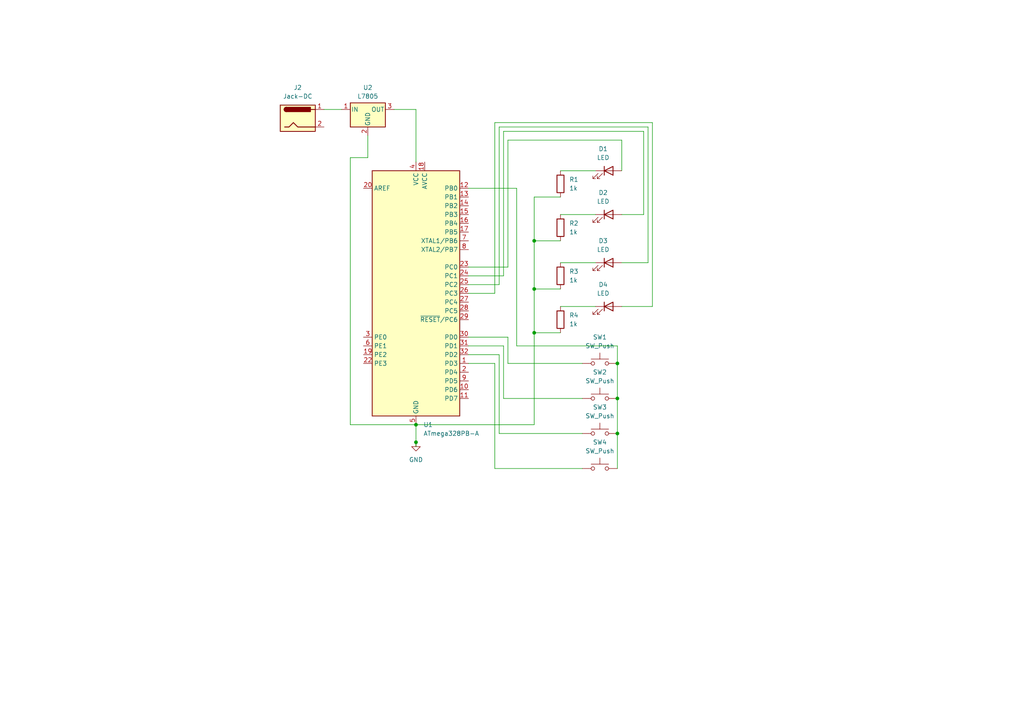
<source format=kicad_sch>
(kicad_sch
	(version 20250114)
	(generator "eeschema")
	(generator_version "9.0")
	(uuid "53850021-1f56-45fc-9112-1b0e7efd90d2")
	(paper "A4")
	(lib_symbols
		(symbol "Connector:Jack-DC"
			(pin_names
				(offset 1.016)
			)
			(exclude_from_sim no)
			(in_bom yes)
			(on_board yes)
			(property "Reference" "J"
				(at 0 5.334 0)
				(effects
					(font
						(size 1.27 1.27)
					)
				)
			)
			(property "Value" "Jack-DC"
				(at 0 -5.08 0)
				(effects
					(font
						(size 1.27 1.27)
					)
				)
			)
			(property "Footprint" ""
				(at 1.27 -1.016 0)
				(effects
					(font
						(size 1.27 1.27)
					)
					(hide yes)
				)
			)
			(property "Datasheet" "~"
				(at 1.27 -1.016 0)
				(effects
					(font
						(size 1.27 1.27)
					)
					(hide yes)
				)
			)
			(property "Description" "DC Barrel Jack"
				(at 0 0 0)
				(effects
					(font
						(size 1.27 1.27)
					)
					(hide yes)
				)
			)
			(property "ki_keywords" "DC power barrel jack connector"
				(at 0 0 0)
				(effects
					(font
						(size 1.27 1.27)
					)
					(hide yes)
				)
			)
			(property "ki_fp_filters" "BarrelJack*"
				(at 0 0 0)
				(effects
					(font
						(size 1.27 1.27)
					)
					(hide yes)
				)
			)
			(symbol "Jack-DC_0_1"
				(rectangle
					(start -5.08 3.81)
					(end 5.08 -3.81)
					(stroke
						(width 0.254)
						(type default)
					)
					(fill
						(type background)
					)
				)
				(polyline
					(pts
						(xy -3.81 -2.54) (xy -2.54 -2.54) (xy -1.27 -1.27) (xy 0 -2.54) (xy 2.54 -2.54) (xy 5.08 -2.54)
					)
					(stroke
						(width 0.254)
						(type default)
					)
					(fill
						(type none)
					)
				)
				(arc
					(start -3.302 1.905)
					(mid -3.9343 2.54)
					(end -3.302 3.175)
					(stroke
						(width 0.254)
						(type default)
					)
					(fill
						(type none)
					)
				)
				(arc
					(start -3.302 1.905)
					(mid -3.9343 2.54)
					(end -3.302 3.175)
					(stroke
						(width 0.254)
						(type default)
					)
					(fill
						(type outline)
					)
				)
				(rectangle
					(start 3.683 3.175)
					(end -3.302 1.905)
					(stroke
						(width 0.254)
						(type default)
					)
					(fill
						(type outline)
					)
				)
				(polyline
					(pts
						(xy 5.08 2.54) (xy 3.81 2.54)
					)
					(stroke
						(width 0.254)
						(type default)
					)
					(fill
						(type none)
					)
				)
			)
			(symbol "Jack-DC_1_1"
				(pin passive line
					(at 7.62 2.54 180)
					(length 2.54)
					(name "~"
						(effects
							(font
								(size 1.27 1.27)
							)
						)
					)
					(number "1"
						(effects
							(font
								(size 1.27 1.27)
							)
						)
					)
				)
				(pin passive line
					(at 7.62 -2.54 180)
					(length 2.54)
					(name "~"
						(effects
							(font
								(size 1.27 1.27)
							)
						)
					)
					(number "2"
						(effects
							(font
								(size 1.27 1.27)
							)
						)
					)
				)
			)
			(embedded_fonts no)
		)
		(symbol "Device:LED"
			(pin_numbers
				(hide yes)
			)
			(pin_names
				(offset 1.016)
				(hide yes)
			)
			(exclude_from_sim no)
			(in_bom yes)
			(on_board yes)
			(property "Reference" "D"
				(at 0 2.54 0)
				(effects
					(font
						(size 1.27 1.27)
					)
				)
			)
			(property "Value" "LED"
				(at 0 -2.54 0)
				(effects
					(font
						(size 1.27 1.27)
					)
				)
			)
			(property "Footprint" ""
				(at 0 0 0)
				(effects
					(font
						(size 1.27 1.27)
					)
					(hide yes)
				)
			)
			(property "Datasheet" "~"
				(at 0 0 0)
				(effects
					(font
						(size 1.27 1.27)
					)
					(hide yes)
				)
			)
			(property "Description" "Light emitting diode"
				(at 0 0 0)
				(effects
					(font
						(size 1.27 1.27)
					)
					(hide yes)
				)
			)
			(property "Sim.Pins" "1=K 2=A"
				(at 0 0 0)
				(effects
					(font
						(size 1.27 1.27)
					)
					(hide yes)
				)
			)
			(property "ki_keywords" "LED diode"
				(at 0 0 0)
				(effects
					(font
						(size 1.27 1.27)
					)
					(hide yes)
				)
			)
			(property "ki_fp_filters" "LED* LED_SMD:* LED_THT:*"
				(at 0 0 0)
				(effects
					(font
						(size 1.27 1.27)
					)
					(hide yes)
				)
			)
			(symbol "LED_0_1"
				(polyline
					(pts
						(xy -3.048 -0.762) (xy -4.572 -2.286) (xy -3.81 -2.286) (xy -4.572 -2.286) (xy -4.572 -1.524)
					)
					(stroke
						(width 0)
						(type default)
					)
					(fill
						(type none)
					)
				)
				(polyline
					(pts
						(xy -1.778 -0.762) (xy -3.302 -2.286) (xy -2.54 -2.286) (xy -3.302 -2.286) (xy -3.302 -1.524)
					)
					(stroke
						(width 0)
						(type default)
					)
					(fill
						(type none)
					)
				)
				(polyline
					(pts
						(xy -1.27 0) (xy 1.27 0)
					)
					(stroke
						(width 0)
						(type default)
					)
					(fill
						(type none)
					)
				)
				(polyline
					(pts
						(xy -1.27 -1.27) (xy -1.27 1.27)
					)
					(stroke
						(width 0.254)
						(type default)
					)
					(fill
						(type none)
					)
				)
				(polyline
					(pts
						(xy 1.27 -1.27) (xy 1.27 1.27) (xy -1.27 0) (xy 1.27 -1.27)
					)
					(stroke
						(width 0.254)
						(type default)
					)
					(fill
						(type none)
					)
				)
			)
			(symbol "LED_1_1"
				(pin passive line
					(at -3.81 0 0)
					(length 2.54)
					(name "K"
						(effects
							(font
								(size 1.27 1.27)
							)
						)
					)
					(number "1"
						(effects
							(font
								(size 1.27 1.27)
							)
						)
					)
				)
				(pin passive line
					(at 3.81 0 180)
					(length 2.54)
					(name "A"
						(effects
							(font
								(size 1.27 1.27)
							)
						)
					)
					(number "2"
						(effects
							(font
								(size 1.27 1.27)
							)
						)
					)
				)
			)
			(embedded_fonts no)
		)
		(symbol "Device:R"
			(pin_numbers
				(hide yes)
			)
			(pin_names
				(offset 0)
			)
			(exclude_from_sim no)
			(in_bom yes)
			(on_board yes)
			(property "Reference" "R"
				(at 2.032 0 90)
				(effects
					(font
						(size 1.27 1.27)
					)
				)
			)
			(property "Value" "R"
				(at 0 0 90)
				(effects
					(font
						(size 1.27 1.27)
					)
				)
			)
			(property "Footprint" ""
				(at -1.778 0 90)
				(effects
					(font
						(size 1.27 1.27)
					)
					(hide yes)
				)
			)
			(property "Datasheet" "~"
				(at 0 0 0)
				(effects
					(font
						(size 1.27 1.27)
					)
					(hide yes)
				)
			)
			(property "Description" "Resistor"
				(at 0 0 0)
				(effects
					(font
						(size 1.27 1.27)
					)
					(hide yes)
				)
			)
			(property "ki_keywords" "R res resistor"
				(at 0 0 0)
				(effects
					(font
						(size 1.27 1.27)
					)
					(hide yes)
				)
			)
			(property "ki_fp_filters" "R_*"
				(at 0 0 0)
				(effects
					(font
						(size 1.27 1.27)
					)
					(hide yes)
				)
			)
			(symbol "R_0_1"
				(rectangle
					(start -1.016 -2.54)
					(end 1.016 2.54)
					(stroke
						(width 0.254)
						(type default)
					)
					(fill
						(type none)
					)
				)
			)
			(symbol "R_1_1"
				(pin passive line
					(at 0 3.81 270)
					(length 1.27)
					(name "~"
						(effects
							(font
								(size 1.27 1.27)
							)
						)
					)
					(number "1"
						(effects
							(font
								(size 1.27 1.27)
							)
						)
					)
				)
				(pin passive line
					(at 0 -3.81 90)
					(length 1.27)
					(name "~"
						(effects
							(font
								(size 1.27 1.27)
							)
						)
					)
					(number "2"
						(effects
							(font
								(size 1.27 1.27)
							)
						)
					)
				)
			)
			(embedded_fonts no)
		)
		(symbol "MCU_Microchip_ATmega:ATmega328PB-A"
			(exclude_from_sim no)
			(in_bom yes)
			(on_board yes)
			(property "Reference" "U"
				(at -12.7 36.83 0)
				(effects
					(font
						(size 1.27 1.27)
					)
					(justify left bottom)
				)
			)
			(property "Value" "ATmega328PB-A"
				(at 2.54 -36.83 0)
				(effects
					(font
						(size 1.27 1.27)
					)
					(justify left top)
				)
			)
			(property "Footprint" "Package_QFP:TQFP-32_7x7mm_P0.8mm"
				(at 0 0 0)
				(effects
					(font
						(size 1.27 1.27)
						(italic yes)
					)
					(hide yes)
				)
			)
			(property "Datasheet" "http://ww1.microchip.com/downloads/en/DeviceDoc/40001906C.pdf"
				(at 0 0 0)
				(effects
					(font
						(size 1.27 1.27)
					)
					(hide yes)
				)
			)
			(property "Description" "20MHz, 32kB Flash, 2kB SRAM, 1kB EEPROM, TQFP-32"
				(at 0 0 0)
				(effects
					(font
						(size 1.27 1.27)
					)
					(hide yes)
				)
			)
			(property "ki_keywords" "AVR 8bit Microcontroller MegaAVR"
				(at 0 0 0)
				(effects
					(font
						(size 1.27 1.27)
					)
					(hide yes)
				)
			)
			(property "ki_fp_filters" "TQFP*7x7mm*P0.8mm*"
				(at 0 0 0)
				(effects
					(font
						(size 1.27 1.27)
					)
					(hide yes)
				)
			)
			(symbol "ATmega328PB-A_0_1"
				(rectangle
					(start -12.7 -35.56)
					(end 12.7 35.56)
					(stroke
						(width 0.254)
						(type default)
					)
					(fill
						(type background)
					)
				)
			)
			(symbol "ATmega328PB-A_1_1"
				(pin passive line
					(at -15.24 30.48 0)
					(length 2.54)
					(name "AREF"
						(effects
							(font
								(size 1.27 1.27)
							)
						)
					)
					(number "20"
						(effects
							(font
								(size 1.27 1.27)
							)
						)
					)
				)
				(pin bidirectional line
					(at -15.24 -12.7 0)
					(length 2.54)
					(name "PE0"
						(effects
							(font
								(size 1.27 1.27)
							)
						)
					)
					(number "3"
						(effects
							(font
								(size 1.27 1.27)
							)
						)
					)
				)
				(pin bidirectional line
					(at -15.24 -15.24 0)
					(length 2.54)
					(name "PE1"
						(effects
							(font
								(size 1.27 1.27)
							)
						)
					)
					(number "6"
						(effects
							(font
								(size 1.27 1.27)
							)
						)
					)
				)
				(pin bidirectional line
					(at -15.24 -17.78 0)
					(length 2.54)
					(name "PE2"
						(effects
							(font
								(size 1.27 1.27)
							)
						)
					)
					(number "19"
						(effects
							(font
								(size 1.27 1.27)
							)
						)
					)
				)
				(pin bidirectional line
					(at -15.24 -20.32 0)
					(length 2.54)
					(name "PE3"
						(effects
							(font
								(size 1.27 1.27)
							)
						)
					)
					(number "22"
						(effects
							(font
								(size 1.27 1.27)
							)
						)
					)
				)
				(pin power_in line
					(at 0 38.1 270)
					(length 2.54)
					(name "VCC"
						(effects
							(font
								(size 1.27 1.27)
							)
						)
					)
					(number "4"
						(effects
							(font
								(size 1.27 1.27)
							)
						)
					)
				)
				(pin passive line
					(at 0 -38.1 90)
					(length 2.54)
					(hide yes)
					(name "GND"
						(effects
							(font
								(size 1.27 1.27)
							)
						)
					)
					(number "21"
						(effects
							(font
								(size 1.27 1.27)
							)
						)
					)
				)
				(pin power_in line
					(at 0 -38.1 90)
					(length 2.54)
					(name "GND"
						(effects
							(font
								(size 1.27 1.27)
							)
						)
					)
					(number "5"
						(effects
							(font
								(size 1.27 1.27)
							)
						)
					)
				)
				(pin power_in line
					(at 2.54 38.1 270)
					(length 2.54)
					(name "AVCC"
						(effects
							(font
								(size 1.27 1.27)
							)
						)
					)
					(number "18"
						(effects
							(font
								(size 1.27 1.27)
							)
						)
					)
				)
				(pin bidirectional line
					(at 15.24 30.48 180)
					(length 2.54)
					(name "PB0"
						(effects
							(font
								(size 1.27 1.27)
							)
						)
					)
					(number "12"
						(effects
							(font
								(size 1.27 1.27)
							)
						)
					)
				)
				(pin bidirectional line
					(at 15.24 27.94 180)
					(length 2.54)
					(name "PB1"
						(effects
							(font
								(size 1.27 1.27)
							)
						)
					)
					(number "13"
						(effects
							(font
								(size 1.27 1.27)
							)
						)
					)
				)
				(pin bidirectional line
					(at 15.24 25.4 180)
					(length 2.54)
					(name "PB2"
						(effects
							(font
								(size 1.27 1.27)
							)
						)
					)
					(number "14"
						(effects
							(font
								(size 1.27 1.27)
							)
						)
					)
				)
				(pin bidirectional line
					(at 15.24 22.86 180)
					(length 2.54)
					(name "PB3"
						(effects
							(font
								(size 1.27 1.27)
							)
						)
					)
					(number "15"
						(effects
							(font
								(size 1.27 1.27)
							)
						)
					)
				)
				(pin bidirectional line
					(at 15.24 20.32 180)
					(length 2.54)
					(name "PB4"
						(effects
							(font
								(size 1.27 1.27)
							)
						)
					)
					(number "16"
						(effects
							(font
								(size 1.27 1.27)
							)
						)
					)
				)
				(pin bidirectional line
					(at 15.24 17.78 180)
					(length 2.54)
					(name "PB5"
						(effects
							(font
								(size 1.27 1.27)
							)
						)
					)
					(number "17"
						(effects
							(font
								(size 1.27 1.27)
							)
						)
					)
				)
				(pin bidirectional line
					(at 15.24 15.24 180)
					(length 2.54)
					(name "XTAL1/PB6"
						(effects
							(font
								(size 1.27 1.27)
							)
						)
					)
					(number "7"
						(effects
							(font
								(size 1.27 1.27)
							)
						)
					)
				)
				(pin bidirectional line
					(at 15.24 12.7 180)
					(length 2.54)
					(name "XTAL2/PB7"
						(effects
							(font
								(size 1.27 1.27)
							)
						)
					)
					(number "8"
						(effects
							(font
								(size 1.27 1.27)
							)
						)
					)
				)
				(pin bidirectional line
					(at 15.24 7.62 180)
					(length 2.54)
					(name "PC0"
						(effects
							(font
								(size 1.27 1.27)
							)
						)
					)
					(number "23"
						(effects
							(font
								(size 1.27 1.27)
							)
						)
					)
				)
				(pin bidirectional line
					(at 15.24 5.08 180)
					(length 2.54)
					(name "PC1"
						(effects
							(font
								(size 1.27 1.27)
							)
						)
					)
					(number "24"
						(effects
							(font
								(size 1.27 1.27)
							)
						)
					)
				)
				(pin bidirectional line
					(at 15.24 2.54 180)
					(length 2.54)
					(name "PC2"
						(effects
							(font
								(size 1.27 1.27)
							)
						)
					)
					(number "25"
						(effects
							(font
								(size 1.27 1.27)
							)
						)
					)
				)
				(pin bidirectional line
					(at 15.24 0 180)
					(length 2.54)
					(name "PC3"
						(effects
							(font
								(size 1.27 1.27)
							)
						)
					)
					(number "26"
						(effects
							(font
								(size 1.27 1.27)
							)
						)
					)
				)
				(pin bidirectional line
					(at 15.24 -2.54 180)
					(length 2.54)
					(name "PC4"
						(effects
							(font
								(size 1.27 1.27)
							)
						)
					)
					(number "27"
						(effects
							(font
								(size 1.27 1.27)
							)
						)
					)
				)
				(pin bidirectional line
					(at 15.24 -5.08 180)
					(length 2.54)
					(name "PC5"
						(effects
							(font
								(size 1.27 1.27)
							)
						)
					)
					(number "28"
						(effects
							(font
								(size 1.27 1.27)
							)
						)
					)
				)
				(pin bidirectional line
					(at 15.24 -7.62 180)
					(length 2.54)
					(name "~{RESET}/PC6"
						(effects
							(font
								(size 1.27 1.27)
							)
						)
					)
					(number "29"
						(effects
							(font
								(size 1.27 1.27)
							)
						)
					)
				)
				(pin bidirectional line
					(at 15.24 -12.7 180)
					(length 2.54)
					(name "PD0"
						(effects
							(font
								(size 1.27 1.27)
							)
						)
					)
					(number "30"
						(effects
							(font
								(size 1.27 1.27)
							)
						)
					)
				)
				(pin bidirectional line
					(at 15.24 -15.24 180)
					(length 2.54)
					(name "PD1"
						(effects
							(font
								(size 1.27 1.27)
							)
						)
					)
					(number "31"
						(effects
							(font
								(size 1.27 1.27)
							)
						)
					)
				)
				(pin bidirectional line
					(at 15.24 -17.78 180)
					(length 2.54)
					(name "PD2"
						(effects
							(font
								(size 1.27 1.27)
							)
						)
					)
					(number "32"
						(effects
							(font
								(size 1.27 1.27)
							)
						)
					)
				)
				(pin bidirectional line
					(at 15.24 -20.32 180)
					(length 2.54)
					(name "PD3"
						(effects
							(font
								(size 1.27 1.27)
							)
						)
					)
					(number "1"
						(effects
							(font
								(size 1.27 1.27)
							)
						)
					)
				)
				(pin bidirectional line
					(at 15.24 -22.86 180)
					(length 2.54)
					(name "PD4"
						(effects
							(font
								(size 1.27 1.27)
							)
						)
					)
					(number "2"
						(effects
							(font
								(size 1.27 1.27)
							)
						)
					)
				)
				(pin bidirectional line
					(at 15.24 -25.4 180)
					(length 2.54)
					(name "PD5"
						(effects
							(font
								(size 1.27 1.27)
							)
						)
					)
					(number "9"
						(effects
							(font
								(size 1.27 1.27)
							)
						)
					)
				)
				(pin bidirectional line
					(at 15.24 -27.94 180)
					(length 2.54)
					(name "PD6"
						(effects
							(font
								(size 1.27 1.27)
							)
						)
					)
					(number "10"
						(effects
							(font
								(size 1.27 1.27)
							)
						)
					)
				)
				(pin bidirectional line
					(at 15.24 -30.48 180)
					(length 2.54)
					(name "PD7"
						(effects
							(font
								(size 1.27 1.27)
							)
						)
					)
					(number "11"
						(effects
							(font
								(size 1.27 1.27)
							)
						)
					)
				)
			)
			(embedded_fonts no)
		)
		(symbol "Regulator_Linear:L7805"
			(pin_names
				(offset 0.254)
			)
			(exclude_from_sim no)
			(in_bom yes)
			(on_board yes)
			(property "Reference" "U"
				(at -3.81 3.175 0)
				(effects
					(font
						(size 1.27 1.27)
					)
				)
			)
			(property "Value" "L7805"
				(at 0 3.175 0)
				(effects
					(font
						(size 1.27 1.27)
					)
					(justify left)
				)
			)
			(property "Footprint" ""
				(at 0.635 -3.81 0)
				(effects
					(font
						(size 1.27 1.27)
						(italic yes)
					)
					(justify left)
					(hide yes)
				)
			)
			(property "Datasheet" "http://www.st.com/content/ccc/resource/technical/document/datasheet/41/4f/b3/b0/12/d4/47/88/CD00000444.pdf/files/CD00000444.pdf/jcr:content/translations/en.CD00000444.pdf"
				(at 0 -1.27 0)
				(effects
					(font
						(size 1.27 1.27)
					)
					(hide yes)
				)
			)
			(property "Description" "Positive 1.5A 35V Linear Regulator, Fixed Output 5V, TO-220/TO-263/TO-252"
				(at 0 0 0)
				(effects
					(font
						(size 1.27 1.27)
					)
					(hide yes)
				)
			)
			(property "ki_keywords" "Voltage Regulator 1.5A Positive"
				(at 0 0 0)
				(effects
					(font
						(size 1.27 1.27)
					)
					(hide yes)
				)
			)
			(property "ki_fp_filters" "TO?252* TO?263* TO?220*"
				(at 0 0 0)
				(effects
					(font
						(size 1.27 1.27)
					)
					(hide yes)
				)
			)
			(symbol "L7805_0_1"
				(rectangle
					(start -5.08 1.905)
					(end 5.08 -5.08)
					(stroke
						(width 0.254)
						(type default)
					)
					(fill
						(type background)
					)
				)
			)
			(symbol "L7805_1_1"
				(pin power_in line
					(at -7.62 0 0)
					(length 2.54)
					(name "IN"
						(effects
							(font
								(size 1.27 1.27)
							)
						)
					)
					(number "1"
						(effects
							(font
								(size 1.27 1.27)
							)
						)
					)
				)
				(pin power_in line
					(at 0 -7.62 90)
					(length 2.54)
					(name "GND"
						(effects
							(font
								(size 1.27 1.27)
							)
						)
					)
					(number "2"
						(effects
							(font
								(size 1.27 1.27)
							)
						)
					)
				)
				(pin power_out line
					(at 7.62 0 180)
					(length 2.54)
					(name "OUT"
						(effects
							(font
								(size 1.27 1.27)
							)
						)
					)
					(number "3"
						(effects
							(font
								(size 1.27 1.27)
							)
						)
					)
				)
			)
			(embedded_fonts no)
		)
		(symbol "Switch:SW_Push"
			(pin_numbers
				(hide yes)
			)
			(pin_names
				(offset 1.016)
				(hide yes)
			)
			(exclude_from_sim no)
			(in_bom yes)
			(on_board yes)
			(property "Reference" "SW"
				(at 1.27 2.54 0)
				(effects
					(font
						(size 1.27 1.27)
					)
					(justify left)
				)
			)
			(property "Value" "SW_Push"
				(at 0 -1.524 0)
				(effects
					(font
						(size 1.27 1.27)
					)
				)
			)
			(property "Footprint" ""
				(at 0 5.08 0)
				(effects
					(font
						(size 1.27 1.27)
					)
					(hide yes)
				)
			)
			(property "Datasheet" "~"
				(at 0 5.08 0)
				(effects
					(font
						(size 1.27 1.27)
					)
					(hide yes)
				)
			)
			(property "Description" "Push button switch, generic, two pins"
				(at 0 0 0)
				(effects
					(font
						(size 1.27 1.27)
					)
					(hide yes)
				)
			)
			(property "ki_keywords" "switch normally-open pushbutton push-button"
				(at 0 0 0)
				(effects
					(font
						(size 1.27 1.27)
					)
					(hide yes)
				)
			)
			(symbol "SW_Push_0_1"
				(circle
					(center -2.032 0)
					(radius 0.508)
					(stroke
						(width 0)
						(type default)
					)
					(fill
						(type none)
					)
				)
				(polyline
					(pts
						(xy 0 1.27) (xy 0 3.048)
					)
					(stroke
						(width 0)
						(type default)
					)
					(fill
						(type none)
					)
				)
				(circle
					(center 2.032 0)
					(radius 0.508)
					(stroke
						(width 0)
						(type default)
					)
					(fill
						(type none)
					)
				)
				(polyline
					(pts
						(xy 2.54 1.27) (xy -2.54 1.27)
					)
					(stroke
						(width 0)
						(type default)
					)
					(fill
						(type none)
					)
				)
				(pin passive line
					(at -5.08 0 0)
					(length 2.54)
					(name "1"
						(effects
							(font
								(size 1.27 1.27)
							)
						)
					)
					(number "1"
						(effects
							(font
								(size 1.27 1.27)
							)
						)
					)
				)
				(pin passive line
					(at 5.08 0 180)
					(length 2.54)
					(name "2"
						(effects
							(font
								(size 1.27 1.27)
							)
						)
					)
					(number "2"
						(effects
							(font
								(size 1.27 1.27)
							)
						)
					)
				)
			)
			(embedded_fonts no)
		)
		(symbol "power:GND"
			(power)
			(pin_numbers
				(hide yes)
			)
			(pin_names
				(offset 0)
				(hide yes)
			)
			(exclude_from_sim no)
			(in_bom yes)
			(on_board yes)
			(property "Reference" "#PWR"
				(at 0 -6.35 0)
				(effects
					(font
						(size 1.27 1.27)
					)
					(hide yes)
				)
			)
			(property "Value" "GND"
				(at 0 -3.81 0)
				(effects
					(font
						(size 1.27 1.27)
					)
				)
			)
			(property "Footprint" ""
				(at 0 0 0)
				(effects
					(font
						(size 1.27 1.27)
					)
					(hide yes)
				)
			)
			(property "Datasheet" ""
				(at 0 0 0)
				(effects
					(font
						(size 1.27 1.27)
					)
					(hide yes)
				)
			)
			(property "Description" "Power symbol creates a global label with name \"GND\" , ground"
				(at 0 0 0)
				(effects
					(font
						(size 1.27 1.27)
					)
					(hide yes)
				)
			)
			(property "ki_keywords" "global power"
				(at 0 0 0)
				(effects
					(font
						(size 1.27 1.27)
					)
					(hide yes)
				)
			)
			(symbol "GND_0_1"
				(polyline
					(pts
						(xy 0 0) (xy 0 -1.27) (xy 1.27 -1.27) (xy 0 -2.54) (xy -1.27 -1.27) (xy 0 -1.27)
					)
					(stroke
						(width 0)
						(type default)
					)
					(fill
						(type none)
					)
				)
			)
			(symbol "GND_1_1"
				(pin power_in line
					(at 0 0 270)
					(length 0)
					(name "~"
						(effects
							(font
								(size 1.27 1.27)
							)
						)
					)
					(number "1"
						(effects
							(font
								(size 1.27 1.27)
							)
						)
					)
				)
			)
			(embedded_fonts no)
		)
	)
	(junction
		(at 154.94 96.52)
		(diameter 0)
		(color 0 0 0 0)
		(uuid "3ec9b7e1-23bd-4576-8885-08a5454c5d3a")
	)
	(junction
		(at 179.07 105.41)
		(diameter 0)
		(color 0 0 0 0)
		(uuid "53720bd8-167a-4da1-aee9-24ebe202f573")
	)
	(junction
		(at 154.94 83.82)
		(diameter 0)
		(color 0 0 0 0)
		(uuid "5bdacdaa-8f4c-4104-ace1-9cdf62a44aba")
	)
	(junction
		(at 154.94 69.85)
		(diameter 0)
		(color 0 0 0 0)
		(uuid "67e8e9e0-8451-4cad-b7ed-1c9a35634572")
	)
	(junction
		(at 179.07 115.57)
		(diameter 0)
		(color 0 0 0 0)
		(uuid "6cb47cbf-fbd8-4e0c-8a35-9e13df2128de")
	)
	(junction
		(at 120.65 123.19)
		(diameter 0)
		(color 0 0 0 0)
		(uuid "6d231b07-967f-4808-8e04-9bcdb9a4b801")
	)
	(junction
		(at 179.07 125.73)
		(diameter 0)
		(color 0 0 0 0)
		(uuid "7edc9c1e-b203-4cff-b164-e73df51bc516")
	)
	(junction
		(at 120.65 128.27)
		(diameter 0)
		(color 0 0 0 0)
		(uuid "a51c7a71-02f6-4558-83aa-7d5b120d1203")
	)
	(wire
		(pts
			(xy 120.65 128.27) (xy 120.65 129.54)
		)
		(stroke
			(width 0)
			(type default)
		)
		(uuid "031ca703-2e48-49c9-8b6a-21549950ddc3")
	)
	(wire
		(pts
			(xy 147.32 105.41) (xy 147.32 97.79)
		)
		(stroke
			(width 0)
			(type default)
		)
		(uuid "0be43e30-4f0d-48bd-b79c-c304813dbafe")
	)
	(wire
		(pts
			(xy 149.86 54.61) (xy 135.89 54.61)
		)
		(stroke
			(width 0)
			(type default)
		)
		(uuid "0c08612a-ca5b-466e-88dd-7bcc58036746")
	)
	(wire
		(pts
			(xy 146.05 115.57) (xy 146.05 100.33)
		)
		(stroke
			(width 0)
			(type default)
		)
		(uuid "0d12560b-fedf-45b4-ad93-01312f3536cc")
	)
	(wire
		(pts
			(xy 114.3 31.75) (xy 120.65 31.75)
		)
		(stroke
			(width 0)
			(type default)
		)
		(uuid "10062a2a-d496-4c9f-930d-eeb8f01d11a8")
	)
	(wire
		(pts
			(xy 180.34 40.64) (xy 147.32 40.64)
		)
		(stroke
			(width 0)
			(type default)
		)
		(uuid "14638a18-e167-4a26-8658-a0e649cdb62f")
	)
	(wire
		(pts
			(xy 179.07 105.41) (xy 179.07 115.57)
		)
		(stroke
			(width 0)
			(type default)
		)
		(uuid "1e66ce95-1c07-4490-9fb7-a8931e3b247f")
	)
	(wire
		(pts
			(xy 143.51 135.89) (xy 143.51 105.41)
		)
		(stroke
			(width 0)
			(type default)
		)
		(uuid "2b0aecea-687e-4de6-96d1-b0b822d785c6")
	)
	(wire
		(pts
			(xy 154.94 69.85) (xy 154.94 57.15)
		)
		(stroke
			(width 0)
			(type default)
		)
		(uuid "2b82ae87-239f-4e3f-922d-10e41bed1cb8")
	)
	(wire
		(pts
			(xy 186.69 38.1) (xy 146.05 38.1)
		)
		(stroke
			(width 0)
			(type default)
		)
		(uuid "3032f6a6-cc9e-408d-93fd-d457a776f36f")
	)
	(wire
		(pts
			(xy 101.6 45.72) (xy 106.68 45.72)
		)
		(stroke
			(width 0)
			(type default)
		)
		(uuid "31b3148b-a583-4751-978a-6e3fbe277961")
	)
	(wire
		(pts
			(xy 146.05 38.1) (xy 146.05 80.01)
		)
		(stroke
			(width 0)
			(type default)
		)
		(uuid "3581b688-238f-4ee7-a227-295d92476c98")
	)
	(wire
		(pts
			(xy 187.96 76.2) (xy 187.96 36.83)
		)
		(stroke
			(width 0)
			(type default)
		)
		(uuid "39038c9b-be81-44f9-90f1-524aa6802ebc")
	)
	(wire
		(pts
			(xy 189.23 88.9) (xy 189.23 35.56)
		)
		(stroke
			(width 0)
			(type default)
		)
		(uuid "3d752674-5435-4978-858c-133a5be580a8")
	)
	(wire
		(pts
			(xy 144.78 36.83) (xy 144.78 82.55)
		)
		(stroke
			(width 0)
			(type default)
		)
		(uuid "3fa3be98-bd20-4bf5-8914-0709c3adca2f")
	)
	(wire
		(pts
			(xy 135.89 80.01) (xy 146.05 80.01)
		)
		(stroke
			(width 0)
			(type default)
		)
		(uuid "41ea439c-67e6-4491-be93-e5d87b015883")
	)
	(wire
		(pts
			(xy 149.86 100.33) (xy 149.86 54.61)
		)
		(stroke
			(width 0)
			(type default)
		)
		(uuid "42fa0003-999f-48db-970f-19335ab8dcb6")
	)
	(wire
		(pts
			(xy 162.56 96.52) (xy 154.94 96.52)
		)
		(stroke
			(width 0)
			(type default)
		)
		(uuid "44dd8c47-f742-4dfb-b5a7-c9bc5194d00e")
	)
	(wire
		(pts
			(xy 180.34 62.23) (xy 186.69 62.23)
		)
		(stroke
			(width 0)
			(type default)
		)
		(uuid "59b3fd5b-8020-4fab-ae4f-abf803cff393")
	)
	(wire
		(pts
			(xy 179.07 125.73) (xy 179.07 135.89)
		)
		(stroke
			(width 0)
			(type default)
		)
		(uuid "61f92380-4be1-4ea0-9515-6c3209603e62")
	)
	(wire
		(pts
			(xy 93.98 31.75) (xy 99.06 31.75)
		)
		(stroke
			(width 0)
			(type default)
		)
		(uuid "747aa4d3-f638-43b6-8ae7-c50092c44afc")
	)
	(wire
		(pts
			(xy 186.69 62.23) (xy 186.69 38.1)
		)
		(stroke
			(width 0)
			(type default)
		)
		(uuid "751caa22-ee13-420c-945e-74a3ee025c81")
	)
	(wire
		(pts
			(xy 168.91 135.89) (xy 143.51 135.89)
		)
		(stroke
			(width 0)
			(type default)
		)
		(uuid "776d5102-d282-48f1-a26f-4d838c6fcfb3")
	)
	(wire
		(pts
			(xy 162.56 49.53) (xy 172.72 49.53)
		)
		(stroke
			(width 0)
			(type default)
		)
		(uuid "7a9219df-5b67-4a08-b8a0-4145bb174585")
	)
	(wire
		(pts
			(xy 162.56 62.23) (xy 172.72 62.23)
		)
		(stroke
			(width 0)
			(type default)
		)
		(uuid "7bfd9373-f436-43f8-8ae2-f85deb511a0a")
	)
	(wire
		(pts
			(xy 180.34 76.2) (xy 187.96 76.2)
		)
		(stroke
			(width 0)
			(type default)
		)
		(uuid "8087cb9d-31c6-429c-8b3e-ff93f9bab5c4")
	)
	(wire
		(pts
			(xy 147.32 77.47) (xy 135.89 77.47)
		)
		(stroke
			(width 0)
			(type default)
		)
		(uuid "82af23a9-c8b1-49e1-bcea-bf2b4bc1bb6d")
	)
	(wire
		(pts
			(xy 168.91 125.73) (xy 144.78 125.73)
		)
		(stroke
			(width 0)
			(type default)
		)
		(uuid "8a8b4c3e-4a13-4e76-9c13-6deaa452b56e")
	)
	(wire
		(pts
			(xy 179.07 105.41) (xy 179.07 100.33)
		)
		(stroke
			(width 0)
			(type default)
		)
		(uuid "8c9d2db9-f9eb-4618-9d1c-f63b73bc3d55")
	)
	(wire
		(pts
			(xy 154.94 96.52) (xy 154.94 123.19)
		)
		(stroke
			(width 0)
			(type default)
		)
		(uuid "8dcd199c-0b66-4161-9fe3-414f6474bfc2")
	)
	(wire
		(pts
			(xy 162.56 88.9) (xy 172.72 88.9)
		)
		(stroke
			(width 0)
			(type default)
		)
		(uuid "8ed644c2-7f6a-4af6-a864-aab425931a8c")
	)
	(wire
		(pts
			(xy 147.32 40.64) (xy 147.32 77.47)
		)
		(stroke
			(width 0)
			(type default)
		)
		(uuid "91961d81-ace5-4bc0-bb0a-5c2d9ffc20b2")
	)
	(wire
		(pts
			(xy 120.65 123.19) (xy 120.65 128.27)
		)
		(stroke
			(width 0)
			(type default)
		)
		(uuid "92c401d3-4a23-4baf-85fb-954dd04d8c0b")
	)
	(wire
		(pts
			(xy 106.68 39.37) (xy 106.68 45.72)
		)
		(stroke
			(width 0)
			(type default)
		)
		(uuid "a0e0369a-c80d-4e72-8b8f-57c4f3a82e87")
	)
	(wire
		(pts
			(xy 154.94 83.82) (xy 162.56 83.82)
		)
		(stroke
			(width 0)
			(type default)
		)
		(uuid "a453ba81-a625-4a8b-9a86-e86a9d7df64a")
	)
	(wire
		(pts
			(xy 168.91 115.57) (xy 146.05 115.57)
		)
		(stroke
			(width 0)
			(type default)
		)
		(uuid "a8ea95c4-889f-4aa5-8b06-c9c6246aaf53")
	)
	(wire
		(pts
			(xy 120.65 123.19) (xy 154.94 123.19)
		)
		(stroke
			(width 0)
			(type default)
		)
		(uuid "a921ae6a-a287-47c0-8b21-9350703a971f")
	)
	(wire
		(pts
			(xy 120.65 123.19) (xy 101.6 123.19)
		)
		(stroke
			(width 0)
			(type default)
		)
		(uuid "aba8a1ed-7903-4390-a7c9-73daa60941cc")
	)
	(wire
		(pts
			(xy 154.94 57.15) (xy 162.56 57.15)
		)
		(stroke
			(width 0)
			(type default)
		)
		(uuid "ac97c0d4-66de-49e0-8efd-c34480bfc21c")
	)
	(wire
		(pts
			(xy 101.6 123.19) (xy 101.6 45.72)
		)
		(stroke
			(width 0)
			(type default)
		)
		(uuid "aca71537-15c7-4fbd-b253-e3b0bf93fe82")
	)
	(wire
		(pts
			(xy 143.51 35.56) (xy 143.51 85.09)
		)
		(stroke
			(width 0)
			(type default)
		)
		(uuid "add5d9fe-f9be-4d03-8942-5164366d3e7a")
	)
	(wire
		(pts
			(xy 143.51 85.09) (xy 135.89 85.09)
		)
		(stroke
			(width 0)
			(type default)
		)
		(uuid "aeb3bc7a-e25e-4371-a2a8-cd949dd6eae4")
	)
	(wire
		(pts
			(xy 154.94 69.85) (xy 162.56 69.85)
		)
		(stroke
			(width 0)
			(type default)
		)
		(uuid "c2928bac-52a0-4f7a-8140-f30d599557bf")
	)
	(wire
		(pts
			(xy 187.96 36.83) (xy 144.78 36.83)
		)
		(stroke
			(width 0)
			(type default)
		)
		(uuid "c78129a1-6e2a-4736-97b9-92aa7ca15d75")
	)
	(wire
		(pts
			(xy 179.07 100.33) (xy 149.86 100.33)
		)
		(stroke
			(width 0)
			(type default)
		)
		(uuid "cc9e851f-e9f9-436f-8fa2-6759aabed9f5")
	)
	(wire
		(pts
			(xy 162.56 76.2) (xy 172.72 76.2)
		)
		(stroke
			(width 0)
			(type default)
		)
		(uuid "cd822e9f-1be9-4d50-b014-3217f70b77ec")
	)
	(wire
		(pts
			(xy 189.23 35.56) (xy 143.51 35.56)
		)
		(stroke
			(width 0)
			(type default)
		)
		(uuid "d01b5c6b-e3da-411f-b42c-c94895760594")
	)
	(wire
		(pts
			(xy 154.94 83.82) (xy 154.94 96.52)
		)
		(stroke
			(width 0)
			(type default)
		)
		(uuid "d88590a9-0336-4c2e-9a69-0fbd5fea8ac0")
	)
	(wire
		(pts
			(xy 168.91 105.41) (xy 147.32 105.41)
		)
		(stroke
			(width 0)
			(type default)
		)
		(uuid "db65a310-14f2-4237-98b5-604d84267b5c")
	)
	(wire
		(pts
			(xy 179.07 115.57) (xy 179.07 125.73)
		)
		(stroke
			(width 0)
			(type default)
		)
		(uuid "dd652e1b-9b4d-44a1-81cc-f4403a10dd75")
	)
	(wire
		(pts
			(xy 135.89 97.79) (xy 147.32 97.79)
		)
		(stroke
			(width 0)
			(type default)
		)
		(uuid "e1d5b992-212f-4137-9e82-17174b69ff80")
	)
	(wire
		(pts
			(xy 180.34 88.9) (xy 189.23 88.9)
		)
		(stroke
			(width 0)
			(type default)
		)
		(uuid "e52638c0-0675-4849-b978-13fecd6b57bd")
	)
	(wire
		(pts
			(xy 135.89 82.55) (xy 144.78 82.55)
		)
		(stroke
			(width 0)
			(type default)
		)
		(uuid "e5db3dba-bf68-4cc7-acc9-9aa7010d07fa")
	)
	(wire
		(pts
			(xy 135.89 105.41) (xy 143.51 105.41)
		)
		(stroke
			(width 0)
			(type default)
		)
		(uuid "e79e038b-625e-45ff-81a0-4eed4ca5d98c")
	)
	(wire
		(pts
			(xy 154.94 83.82) (xy 154.94 69.85)
		)
		(stroke
			(width 0)
			(type default)
		)
		(uuid "eacfc7ee-9399-41f3-b0f8-9acb9867b43a")
	)
	(wire
		(pts
			(xy 135.89 100.33) (xy 146.05 100.33)
		)
		(stroke
			(width 0)
			(type default)
		)
		(uuid "eb3dd03b-ed86-4eb2-9665-df4f4c29f121")
	)
	(wire
		(pts
			(xy 144.78 125.73) (xy 144.78 102.87)
		)
		(stroke
			(width 0)
			(type default)
		)
		(uuid "ed1d7399-46a0-46c2-9519-0eacc0622fda")
	)
	(wire
		(pts
			(xy 180.34 49.53) (xy 180.34 40.64)
		)
		(stroke
			(width 0)
			(type default)
		)
		(uuid "efc6e7e3-3025-4c22-8f75-a71c8b6bbd53")
	)
	(wire
		(pts
			(xy 135.89 102.87) (xy 144.78 102.87)
		)
		(stroke
			(width 0)
			(type default)
		)
		(uuid "f92c993e-af27-466b-a7c2-be5d6ea17267")
	)
	(wire
		(pts
			(xy 120.65 31.75) (xy 120.65 46.99)
		)
		(stroke
			(width 0)
			(type default)
		)
		(uuid "f9b57e8e-eaf2-4b4b-ae7e-6b2ab48214dc")
	)
	(symbol
		(lib_id "Device:LED")
		(at 176.53 88.9 0)
		(unit 1)
		(exclude_from_sim no)
		(in_bom yes)
		(on_board yes)
		(dnp no)
		(fields_autoplaced yes)
		(uuid "0cd51699-a99e-452e-950a-a3de57507134")
		(property "Reference" "D4"
			(at 174.9425 82.55 0)
			(effects
				(font
					(size 1.27 1.27)
				)
			)
		)
		(property "Value" "LED"
			(at 174.9425 85.09 0)
			(effects
				(font
					(size 1.27 1.27)
				)
			)
		)
		(property "Footprint" ""
			(at 176.53 88.9 0)
			(effects
				(font
					(size 1.27 1.27)
				)
				(hide yes)
			)
		)
		(property "Datasheet" "~"
			(at 176.53 88.9 0)
			(effects
				(font
					(size 1.27 1.27)
				)
				(hide yes)
			)
		)
		(property "Description" "Light emitting diode"
			(at 176.53 88.9 0)
			(effects
				(font
					(size 1.27 1.27)
				)
				(hide yes)
			)
		)
		(property "Sim.Pins" "1=K 2=A"
			(at 176.53 88.9 0)
			(effects
				(font
					(size 1.27 1.27)
				)
				(hide yes)
			)
		)
		(pin "1"
			(uuid "c6f23350-2114-45ec-91bf-90f5f22d4f5c")
		)
		(pin "2"
			(uuid "3ed51307-4f0f-45e4-8e91-7c907ba8c499")
		)
		(instances
			(project ""
				(path "/53850021-1f56-45fc-9112-1b0e7efd90d2"
					(reference "D4")
					(unit 1)
				)
			)
		)
	)
	(symbol
		(lib_id "MCU_Microchip_ATmega:ATmega328PB-A")
		(at 120.65 85.09 0)
		(unit 1)
		(exclude_from_sim no)
		(in_bom yes)
		(on_board yes)
		(dnp no)
		(fields_autoplaced yes)
		(uuid "15ff48c7-a1ca-4798-a416-e2fbbb8c72c3")
		(property "Reference" "U1"
			(at 122.7933 123.19 0)
			(effects
				(font
					(size 1.27 1.27)
				)
				(justify left)
			)
		)
		(property "Value" "ATmega328PB-A"
			(at 122.7933 125.73 0)
			(effects
				(font
					(size 1.27 1.27)
				)
				(justify left)
			)
		)
		(property "Footprint" "Package_QFP:TQFP-32_7x7mm_P0.8mm"
			(at 120.65 85.09 0)
			(effects
				(font
					(size 1.27 1.27)
					(italic yes)
				)
				(hide yes)
			)
		)
		(property "Datasheet" "http://ww1.microchip.com/downloads/en/DeviceDoc/40001906C.pdf"
			(at 120.65 85.09 0)
			(effects
				(font
					(size 1.27 1.27)
				)
				(hide yes)
			)
		)
		(property "Description" "20MHz, 32kB Flash, 2kB SRAM, 1kB EEPROM, TQFP-32"
			(at 120.65 85.09 0)
			(effects
				(font
					(size 1.27 1.27)
				)
				(hide yes)
			)
		)
		(pin "25"
			(uuid "a07bd683-f05c-4dc8-8b52-11c2fbfe1ad8")
		)
		(pin "22"
			(uuid "4e864c8f-d022-42a1-82d1-79926bf2979b")
		)
		(pin "30"
			(uuid "cd5524f2-038e-4eb8-beaf-cf098533e452")
		)
		(pin "3"
			(uuid "163e32c6-7bac-4d3a-8a26-272e5c2cb3f2")
		)
		(pin "14"
			(uuid "7116e9d8-6026-487d-a6da-fb9524ed74de")
		)
		(pin "19"
			(uuid "5f16c6e6-5a3a-423a-94b8-a898c258fa03")
		)
		(pin "5"
			(uuid "3ce108f7-d65a-45d1-9094-1318c418c873")
		)
		(pin "21"
			(uuid "6e1acdfd-7f0e-4b96-9b7e-b6bf3c17ccdb")
		)
		(pin "12"
			(uuid "61df15d7-9140-44e1-8833-f5e97f0b22b8")
		)
		(pin "13"
			(uuid "2b3466b6-b418-4711-b46c-565dd3365cd1")
		)
		(pin "17"
			(uuid "255a54ab-d769-47dd-b087-fec50f6d03cf")
		)
		(pin "18"
			(uuid "8dd87f14-5ee5-4887-94fd-54d705b2d4c1")
		)
		(pin "16"
			(uuid "7ac6f617-deaf-4f66-8381-e58568e37b17")
		)
		(pin "4"
			(uuid "8a887cb3-38ec-472f-b7af-ee4db0a658d1")
		)
		(pin "7"
			(uuid "40324617-a284-4426-b057-38018c69c5ad")
		)
		(pin "20"
			(uuid "f66c8621-04e5-4d8a-8a2d-068d938bd4cb")
		)
		(pin "6"
			(uuid "4a54af6e-1d0e-48ed-89e3-86e5470e87dc")
		)
		(pin "15"
			(uuid "f657ca60-0a90-494e-8de9-a44dd2448cd7")
		)
		(pin "8"
			(uuid "0231b972-be24-4757-bb2a-bedfecebc093")
		)
		(pin "23"
			(uuid "5a37abcd-b2c6-42b4-bead-763a8de79cf1")
		)
		(pin "24"
			(uuid "0bcc9139-9f47-4ea3-9c2f-329e1afc13a6")
		)
		(pin "26"
			(uuid "6a597e8d-0b3e-4793-a511-47b0a4d57200")
		)
		(pin "27"
			(uuid "55376e81-da2d-4155-9ab6-2c915107e19f")
		)
		(pin "28"
			(uuid "9b2200a3-5c3f-4e4c-9801-a7b7f06d422c")
		)
		(pin "29"
			(uuid "f62858a5-bc8b-44bc-bd01-93b47d41e998")
		)
		(pin "2"
			(uuid "afbaa35a-1414-4d07-a563-33e5a5c79a49")
		)
		(pin "31"
			(uuid "2af618de-06cd-4447-a82c-596a10ba50c8")
		)
		(pin "9"
			(uuid "3885aecc-0179-43f7-bf02-f572295a071b")
		)
		(pin "32"
			(uuid "5fa18232-a4f4-45f2-bb4d-e37b878208d5")
		)
		(pin "11"
			(uuid "c9d058ac-4406-4aa8-a92c-b26dc5e80b04")
		)
		(pin "1"
			(uuid "ec52508e-8c77-46a1-af4e-5fa88a5c6f0f")
		)
		(pin "10"
			(uuid "f06966e5-7042-4b2b-8904-c87309cac797")
		)
		(instances
			(project ""
				(path "/53850021-1f56-45fc-9112-1b0e7efd90d2"
					(reference "U1")
					(unit 1)
				)
			)
		)
	)
	(symbol
		(lib_id "Device:R")
		(at 162.56 80.01 0)
		(unit 1)
		(exclude_from_sim no)
		(in_bom yes)
		(on_board yes)
		(dnp no)
		(fields_autoplaced yes)
		(uuid "18b6a5d9-4953-4c9c-8c83-8b586517d199")
		(property "Reference" "R3"
			(at 165.1 78.7399 0)
			(effects
				(font
					(size 1.27 1.27)
				)
				(justify left)
			)
		)
		(property "Value" "1k"
			(at 165.1 81.2799 0)
			(effects
				(font
					(size 1.27 1.27)
				)
				(justify left)
			)
		)
		(property "Footprint" ""
			(at 160.782 80.01 90)
			(effects
				(font
					(size 1.27 1.27)
				)
				(hide yes)
			)
		)
		(property "Datasheet" "~"
			(at 162.56 80.01 0)
			(effects
				(font
					(size 1.27 1.27)
				)
				(hide yes)
			)
		)
		(property "Description" "Resistor"
			(at 162.56 80.01 0)
			(effects
				(font
					(size 1.27 1.27)
				)
				(hide yes)
			)
		)
		(pin "1"
			(uuid "870eb910-2bad-490b-a762-3d78d810fbbb")
		)
		(pin "2"
			(uuid "e6e60baf-4806-4e25-8be9-537bb3e3041f")
		)
		(instances
			(project ""
				(path "/53850021-1f56-45fc-9112-1b0e7efd90d2"
					(reference "R3")
					(unit 1)
				)
			)
		)
	)
	(symbol
		(lib_id "Device:R")
		(at 162.56 53.34 0)
		(unit 1)
		(exclude_from_sim no)
		(in_bom yes)
		(on_board yes)
		(dnp no)
		(fields_autoplaced yes)
		(uuid "250863df-fcf0-47f9-8707-7c1e9feb4fa8")
		(property "Reference" "R1"
			(at 165.1 52.0699 0)
			(effects
				(font
					(size 1.27 1.27)
				)
				(justify left)
			)
		)
		(property "Value" "1k"
			(at 165.1 54.6099 0)
			(effects
				(font
					(size 1.27 1.27)
				)
				(justify left)
			)
		)
		(property "Footprint" ""
			(at 160.782 53.34 90)
			(effects
				(font
					(size 1.27 1.27)
				)
				(hide yes)
			)
		)
		(property "Datasheet" "~"
			(at 162.56 53.34 0)
			(effects
				(font
					(size 1.27 1.27)
				)
				(hide yes)
			)
		)
		(property "Description" "Resistor"
			(at 162.56 53.34 0)
			(effects
				(font
					(size 1.27 1.27)
				)
				(hide yes)
			)
		)
		(pin "1"
			(uuid "27741f76-542b-4146-8936-503d874b7f7d")
		)
		(pin "2"
			(uuid "3a715745-299e-4647-974c-0f8e0c11f2d0")
		)
		(instances
			(project ""
				(path "/53850021-1f56-45fc-9112-1b0e7efd90d2"
					(reference "R1")
					(unit 1)
				)
			)
		)
	)
	(symbol
		(lib_id "power:GND")
		(at 120.65 128.27 0)
		(unit 1)
		(exclude_from_sim no)
		(in_bom yes)
		(on_board yes)
		(dnp no)
		(fields_autoplaced yes)
		(uuid "28b3e456-912a-48d4-8a52-e2450c027c2f")
		(property "Reference" "#PWR02"
			(at 120.65 134.62 0)
			(effects
				(font
					(size 1.27 1.27)
				)
				(hide yes)
			)
		)
		(property "Value" "GND"
			(at 120.65 133.35 0)
			(effects
				(font
					(size 1.27 1.27)
				)
			)
		)
		(property "Footprint" ""
			(at 120.65 128.27 0)
			(effects
				(font
					(size 1.27 1.27)
				)
				(hide yes)
			)
		)
		(property "Datasheet" ""
			(at 120.65 128.27 0)
			(effects
				(font
					(size 1.27 1.27)
				)
				(hide yes)
			)
		)
		(property "Description" "Power symbol creates a global label with name \"GND\" , ground"
			(at 120.65 128.27 0)
			(effects
				(font
					(size 1.27 1.27)
				)
				(hide yes)
			)
		)
		(pin "1"
			(uuid "e4bdbbf5-14df-4983-ba23-9ff4454ca64f")
		)
		(instances
			(project ""
				(path "/53850021-1f56-45fc-9112-1b0e7efd90d2"
					(reference "#PWR02")
					(unit 1)
				)
			)
		)
	)
	(symbol
		(lib_id "Switch:SW_Push")
		(at 173.99 115.57 0)
		(unit 1)
		(exclude_from_sim no)
		(in_bom yes)
		(on_board yes)
		(dnp no)
		(fields_autoplaced yes)
		(uuid "38908ab9-c65a-4c17-bbc0-3317c4a02d15")
		(property "Reference" "SW2"
			(at 173.99 107.95 0)
			(effects
				(font
					(size 1.27 1.27)
				)
			)
		)
		(property "Value" "SW_Push"
			(at 173.99 110.49 0)
			(effects
				(font
					(size 1.27 1.27)
				)
			)
		)
		(property "Footprint" ""
			(at 173.99 110.49 0)
			(effects
				(font
					(size 1.27 1.27)
				)
				(hide yes)
			)
		)
		(property "Datasheet" "~"
			(at 173.99 110.49 0)
			(effects
				(font
					(size 1.27 1.27)
				)
				(hide yes)
			)
		)
		(property "Description" "Push button switch, generic, two pins"
			(at 173.99 115.57 0)
			(effects
				(font
					(size 1.27 1.27)
				)
				(hide yes)
			)
		)
		(pin "2"
			(uuid "f6fbe7be-f4e9-47d8-ae51-7ba8f059d3cf")
		)
		(pin "1"
			(uuid "d49a0a67-7f91-4449-a3ea-b082fa3f4edd")
		)
		(instances
			(project ""
				(path "/53850021-1f56-45fc-9112-1b0e7efd90d2"
					(reference "SW2")
					(unit 1)
				)
			)
		)
	)
	(symbol
		(lib_id "Regulator_Linear:L7805")
		(at 106.68 31.75 0)
		(unit 1)
		(exclude_from_sim no)
		(in_bom yes)
		(on_board yes)
		(dnp no)
		(fields_autoplaced yes)
		(uuid "591c2307-fb68-41c5-af00-c57e66ff61c4")
		(property "Reference" "U2"
			(at 106.68 25.4 0)
			(effects
				(font
					(size 1.27 1.27)
				)
			)
		)
		(property "Value" "L7805"
			(at 106.68 27.94 0)
			(effects
				(font
					(size 1.27 1.27)
				)
			)
		)
		(property "Footprint" ""
			(at 107.315 35.56 0)
			(effects
				(font
					(size 1.27 1.27)
					(italic yes)
				)
				(justify left)
				(hide yes)
			)
		)
		(property "Datasheet" "http://www.st.com/content/ccc/resource/technical/document/datasheet/41/4f/b3/b0/12/d4/47/88/CD00000444.pdf/files/CD00000444.pdf/jcr:content/translations/en.CD00000444.pdf"
			(at 106.68 33.02 0)
			(effects
				(font
					(size 1.27 1.27)
				)
				(hide yes)
			)
		)
		(property "Description" "Positive 1.5A 35V Linear Regulator, Fixed Output 5V, TO-220/TO-263/TO-252"
			(at 106.68 31.75 0)
			(effects
				(font
					(size 1.27 1.27)
				)
				(hide yes)
			)
		)
		(pin "1"
			(uuid "21998d54-698b-43e8-b739-aa11959f45ab")
		)
		(pin "2"
			(uuid "37260a6d-ea48-4317-8017-f343a2090633")
		)
		(pin "3"
			(uuid "3d5bc48a-e30b-4d0f-990e-685e24962aad")
		)
		(instances
			(project ""
				(path "/53850021-1f56-45fc-9112-1b0e7efd90d2"
					(reference "U2")
					(unit 1)
				)
			)
		)
	)
	(symbol
		(lib_id "Device:LED")
		(at 176.53 49.53 0)
		(unit 1)
		(exclude_from_sim no)
		(in_bom yes)
		(on_board yes)
		(dnp no)
		(uuid "6c7b166b-4efe-4265-ba67-5e2fb9deb277")
		(property "Reference" "D1"
			(at 174.9425 43.18 0)
			(effects
				(font
					(size 1.27 1.27)
				)
			)
		)
		(property "Value" "LED"
			(at 174.9425 45.72 0)
			(effects
				(font
					(size 1.27 1.27)
				)
			)
		)
		(property "Footprint" ""
			(at 176.53 49.53 0)
			(effects
				(font
					(size 1.27 1.27)
				)
				(hide yes)
			)
		)
		(property "Datasheet" "~"
			(at 176.53 49.53 0)
			(effects
				(font
					(size 1.27 1.27)
				)
				(hide yes)
			)
		)
		(property "Description" "Light emitting diode"
			(at 176.53 49.53 0)
			(effects
				(font
					(size 1.27 1.27)
				)
				(hide yes)
			)
		)
		(property "Sim.Pins" "1=K 2=A"
			(at 176.53 49.53 0)
			(effects
				(font
					(size 1.27 1.27)
				)
				(hide yes)
			)
		)
		(pin "1"
			(uuid "daed079e-4801-47f1-a11e-470a69cf419d")
		)
		(pin "2"
			(uuid "8fdc0276-55e5-4219-b157-4b0aed5b2934")
		)
		(instances
			(project ""
				(path "/53850021-1f56-45fc-9112-1b0e7efd90d2"
					(reference "D1")
					(unit 1)
				)
			)
		)
	)
	(symbol
		(lib_id "Device:R")
		(at 162.56 66.04 0)
		(unit 1)
		(exclude_from_sim no)
		(in_bom yes)
		(on_board yes)
		(dnp no)
		(fields_autoplaced yes)
		(uuid "8217c732-0fc6-406c-8626-95859f14e768")
		(property "Reference" "R2"
			(at 165.1 64.7699 0)
			(effects
				(font
					(size 1.27 1.27)
				)
				(justify left)
			)
		)
		(property "Value" "1k"
			(at 165.1 67.3099 0)
			(effects
				(font
					(size 1.27 1.27)
				)
				(justify left)
			)
		)
		(property "Footprint" ""
			(at 160.782 66.04 90)
			(effects
				(font
					(size 1.27 1.27)
				)
				(hide yes)
			)
		)
		(property "Datasheet" "~"
			(at 162.56 66.04 0)
			(effects
				(font
					(size 1.27 1.27)
				)
				(hide yes)
			)
		)
		(property "Description" "Resistor"
			(at 162.56 66.04 0)
			(effects
				(font
					(size 1.27 1.27)
				)
				(hide yes)
			)
		)
		(pin "1"
			(uuid "a3f1dde6-e60e-413b-9808-ac1b33dbf341")
		)
		(pin "2"
			(uuid "66d0d850-3824-4d08-a2ab-7b1b1d3eee3e")
		)
		(instances
			(project ""
				(path "/53850021-1f56-45fc-9112-1b0e7efd90d2"
					(reference "R2")
					(unit 1)
				)
			)
		)
	)
	(symbol
		(lib_id "Switch:SW_Push")
		(at 173.99 135.89 0)
		(unit 1)
		(exclude_from_sim no)
		(in_bom yes)
		(on_board yes)
		(dnp no)
		(fields_autoplaced yes)
		(uuid "8265c187-e070-4e0f-9dc4-a9d49464186a")
		(property "Reference" "SW4"
			(at 173.99 128.27 0)
			(effects
				(font
					(size 1.27 1.27)
				)
			)
		)
		(property "Value" "SW_Push"
			(at 173.99 130.81 0)
			(effects
				(font
					(size 1.27 1.27)
				)
			)
		)
		(property "Footprint" ""
			(at 173.99 130.81 0)
			(effects
				(font
					(size 1.27 1.27)
				)
				(hide yes)
			)
		)
		(property "Datasheet" "~"
			(at 173.99 130.81 0)
			(effects
				(font
					(size 1.27 1.27)
				)
				(hide yes)
			)
		)
		(property "Description" "Push button switch, generic, two pins"
			(at 173.99 135.89 0)
			(effects
				(font
					(size 1.27 1.27)
				)
				(hide yes)
			)
		)
		(pin "1"
			(uuid "4eb148c0-fea9-4776-85f6-ac2a7bd169ef")
		)
		(pin "2"
			(uuid "905742cf-4f49-413a-9bb8-5957321716a8")
		)
		(instances
			(project ""
				(path "/53850021-1f56-45fc-9112-1b0e7efd90d2"
					(reference "SW4")
					(unit 1)
				)
			)
		)
	)
	(symbol
		(lib_id "Switch:SW_Push")
		(at 173.99 105.41 0)
		(unit 1)
		(exclude_from_sim no)
		(in_bom yes)
		(on_board yes)
		(dnp no)
		(fields_autoplaced yes)
		(uuid "85fe6304-d605-4133-befe-ee527b796cbf")
		(property "Reference" "SW1"
			(at 173.99 97.79 0)
			(effects
				(font
					(size 1.27 1.27)
				)
			)
		)
		(property "Value" "SW_Push"
			(at 173.99 100.33 0)
			(effects
				(font
					(size 1.27 1.27)
				)
			)
		)
		(property "Footprint" ""
			(at 173.99 100.33 0)
			(effects
				(font
					(size 1.27 1.27)
				)
				(hide yes)
			)
		)
		(property "Datasheet" "~"
			(at 173.99 100.33 0)
			(effects
				(font
					(size 1.27 1.27)
				)
				(hide yes)
			)
		)
		(property "Description" "Push button switch, generic, two pins"
			(at 173.99 105.41 0)
			(effects
				(font
					(size 1.27 1.27)
				)
				(hide yes)
			)
		)
		(pin "2"
			(uuid "d6678dab-c8a9-4997-abba-fe1cb1e719a8")
		)
		(pin "1"
			(uuid "19585d33-767a-4a1a-ae8d-0bd5cf66260e")
		)
		(instances
			(project ""
				(path "/53850021-1f56-45fc-9112-1b0e7efd90d2"
					(reference "SW1")
					(unit 1)
				)
			)
		)
	)
	(symbol
		(lib_id "Device:LED")
		(at 176.53 62.23 0)
		(unit 1)
		(exclude_from_sim no)
		(in_bom yes)
		(on_board yes)
		(dnp no)
		(uuid "8631992b-369a-4959-96ed-345e0ba3643e")
		(property "Reference" "D2"
			(at 174.9425 55.88 0)
			(effects
				(font
					(size 1.27 1.27)
				)
			)
		)
		(property "Value" "LED"
			(at 174.9425 58.42 0)
			(effects
				(font
					(size 1.27 1.27)
				)
			)
		)
		(property "Footprint" ""
			(at 176.53 62.23 0)
			(effects
				(font
					(size 1.27 1.27)
				)
				(hide yes)
			)
		)
		(property "Datasheet" "~"
			(at 176.53 62.23 0)
			(effects
				(font
					(size 1.27 1.27)
				)
				(hide yes)
			)
		)
		(property "Description" "Light emitting diode"
			(at 176.53 62.23 0)
			(effects
				(font
					(size 1.27 1.27)
				)
				(hide yes)
			)
		)
		(property "Sim.Pins" "1=K 2=A"
			(at 176.53 62.23 0)
			(effects
				(font
					(size 1.27 1.27)
				)
				(hide yes)
			)
		)
		(pin "2"
			(uuid "6ecb46f0-f8c7-4d7d-8ce4-7ee116fbec98")
		)
		(pin "1"
			(uuid "f61931e0-4ae2-4eaf-b43b-6f706f59d4da")
		)
		(instances
			(project ""
				(path "/53850021-1f56-45fc-9112-1b0e7efd90d2"
					(reference "D2")
					(unit 1)
				)
			)
		)
	)
	(symbol
		(lib_id "Connector:Jack-DC")
		(at 86.36 34.29 0)
		(unit 1)
		(exclude_from_sim no)
		(in_bom yes)
		(on_board yes)
		(dnp no)
		(fields_autoplaced yes)
		(uuid "90dfd347-d114-4afa-a78c-dc2f029718c0")
		(property "Reference" "J2"
			(at 86.36 25.4 0)
			(effects
				(font
					(size 1.27 1.27)
				)
			)
		)
		(property "Value" "Jack-DC"
			(at 86.36 27.94 0)
			(effects
				(font
					(size 1.27 1.27)
				)
			)
		)
		(property "Footprint" ""
			(at 87.63 35.306 0)
			(effects
				(font
					(size 1.27 1.27)
				)
				(hide yes)
			)
		)
		(property "Datasheet" "~"
			(at 87.63 35.306 0)
			(effects
				(font
					(size 1.27 1.27)
				)
				(hide yes)
			)
		)
		(property "Description" "DC Barrel Jack"
			(at 86.36 34.29 0)
			(effects
				(font
					(size 1.27 1.27)
				)
				(hide yes)
			)
		)
		(pin "1"
			(uuid "bd21b313-8844-47e6-8459-44a82a6a186c")
		)
		(pin "2"
			(uuid "0e1699bb-613d-4b54-a397-32d45ba717cc")
		)
		(instances
			(project ""
				(path "/53850021-1f56-45fc-9112-1b0e7efd90d2"
					(reference "J2")
					(unit 1)
				)
			)
		)
	)
	(symbol
		(lib_id "Switch:SW_Push")
		(at 173.99 125.73 0)
		(unit 1)
		(exclude_from_sim no)
		(in_bom yes)
		(on_board yes)
		(dnp no)
		(fields_autoplaced yes)
		(uuid "e69aeafb-7c83-44ac-9372-458922770eff")
		(property "Reference" "SW3"
			(at 173.99 118.11 0)
			(effects
				(font
					(size 1.27 1.27)
				)
			)
		)
		(property "Value" "SW_Push"
			(at 173.99 120.65 0)
			(effects
				(font
					(size 1.27 1.27)
				)
			)
		)
		(property "Footprint" ""
			(at 173.99 120.65 0)
			(effects
				(font
					(size 1.27 1.27)
				)
				(hide yes)
			)
		)
		(property "Datasheet" "~"
			(at 173.99 120.65 0)
			(effects
				(font
					(size 1.27 1.27)
				)
				(hide yes)
			)
		)
		(property "Description" "Push button switch, generic, two pins"
			(at 173.99 125.73 0)
			(effects
				(font
					(size 1.27 1.27)
				)
				(hide yes)
			)
		)
		(pin "2"
			(uuid "7e5fadcb-07ab-4ac1-9f98-3c51a78e3d62")
		)
		(pin "1"
			(uuid "337c8815-8efb-4942-af54-534578e25675")
		)
		(instances
			(project ""
				(path "/53850021-1f56-45fc-9112-1b0e7efd90d2"
					(reference "SW3")
					(unit 1)
				)
			)
		)
	)
	(symbol
		(lib_id "Device:R")
		(at 162.56 92.71 0)
		(unit 1)
		(exclude_from_sim no)
		(in_bom yes)
		(on_board yes)
		(dnp no)
		(fields_autoplaced yes)
		(uuid "eeeb78d4-4e1d-4ccc-969d-c51f44aebf37")
		(property "Reference" "R4"
			(at 165.1 91.4399 0)
			(effects
				(font
					(size 1.27 1.27)
				)
				(justify left)
			)
		)
		(property "Value" "1k"
			(at 165.1 93.9799 0)
			(effects
				(font
					(size 1.27 1.27)
				)
				(justify left)
			)
		)
		(property "Footprint" ""
			(at 160.782 92.71 90)
			(effects
				(font
					(size 1.27 1.27)
				)
				(hide yes)
			)
		)
		(property "Datasheet" "~"
			(at 162.56 92.71 0)
			(effects
				(font
					(size 1.27 1.27)
				)
				(hide yes)
			)
		)
		(property "Description" "Resistor"
			(at 162.56 92.71 0)
			(effects
				(font
					(size 1.27 1.27)
				)
				(hide yes)
			)
		)
		(pin "2"
			(uuid "95937f48-11e1-426c-9f17-17efac61509b")
		)
		(pin "1"
			(uuid "b62579f0-4a11-4767-afb8-daa0dd3e3974")
		)
		(instances
			(project ""
				(path "/53850021-1f56-45fc-9112-1b0e7efd90d2"
					(reference "R4")
					(unit 1)
				)
			)
		)
	)
	(symbol
		(lib_id "Device:LED")
		(at 176.53 76.2 0)
		(unit 1)
		(exclude_from_sim no)
		(in_bom yes)
		(on_board yes)
		(dnp no)
		(uuid "f3b3febd-b152-401e-ab8b-10ea9cd5e437")
		(property "Reference" "D3"
			(at 174.9425 69.85 0)
			(effects
				(font
					(size 1.27 1.27)
				)
			)
		)
		(property "Value" "LED"
			(at 174.9425 72.39 0)
			(effects
				(font
					(size 1.27 1.27)
				)
			)
		)
		(property "Footprint" ""
			(at 176.53 76.2 0)
			(effects
				(font
					(size 1.27 1.27)
				)
				(hide yes)
			)
		)
		(property "Datasheet" "~"
			(at 176.53 76.2 0)
			(effects
				(font
					(size 1.27 1.27)
				)
				(hide yes)
			)
		)
		(property "Description" "Light emitting diode"
			(at 176.53 76.2 0)
			(effects
				(font
					(size 1.27 1.27)
				)
				(hide yes)
			)
		)
		(property "Sim.Pins" "1=K 2=A"
			(at 176.53 76.2 0)
			(effects
				(font
					(size 1.27 1.27)
				)
				(hide yes)
			)
		)
		(pin "1"
			(uuid "2ee1c6f1-5475-41df-b0d7-ddb0ea48499e")
		)
		(pin "2"
			(uuid "edca4fc6-f79c-46eb-90cc-19e9209ab224")
		)
		(instances
			(project ""
				(path "/53850021-1f56-45fc-9112-1b0e7efd90d2"
					(reference "D3")
					(unit 1)
				)
			)
		)
	)
	(sheet_instances
		(path "/"
			(page "1")
		)
	)
	(embedded_fonts no)
)

</source>
